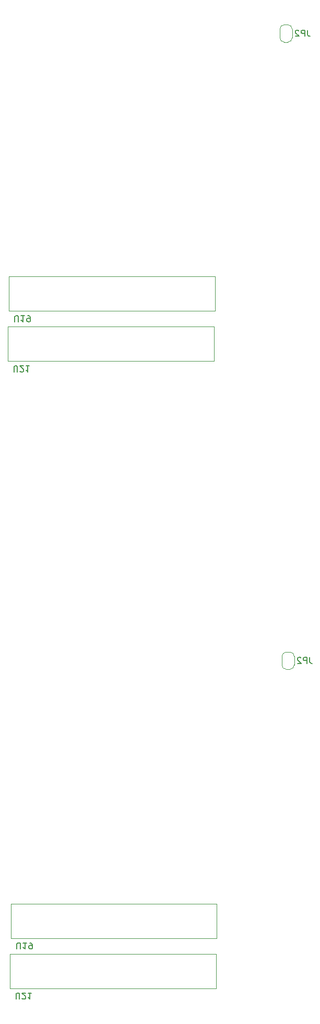
<source format=gbr>
%TF.GenerationSoftware,KiCad,Pcbnew,6.0.7-f9a2dced07~116~ubuntu20.04.1*%
%TF.CreationDate,2022-11-23T13:06:06+01:00*%
%TF.ProjectId,board,626f6172-642e-46b6-9963-61645f706362,rev?*%
%TF.SameCoordinates,Original*%
%TF.FileFunction,Legend,Bot*%
%TF.FilePolarity,Positive*%
%FSLAX46Y46*%
G04 Gerber Fmt 4.6, Leading zero omitted, Abs format (unit mm)*
G04 Created by KiCad (PCBNEW 6.0.7-f9a2dced07~116~ubuntu20.04.1) date 2022-11-23 13:06:06*
%MOMM*%
%LPD*%
G01*
G04 APERTURE LIST*
%ADD10C,0.150000*%
%ADD11C,0.120000*%
G04 APERTURE END LIST*
D10*
%TO.C,JP2*%
X129425380Y-154250333D02*
X129425380Y-154964619D01*
X129472999Y-155107476D01*
X129568237Y-155202714D01*
X129711094Y-155250333D01*
X129806332Y-155250333D01*
X128949189Y-155250333D02*
X128949189Y-154250333D01*
X128568237Y-154250333D01*
X128472999Y-154297953D01*
X128425380Y-154345572D01*
X128377761Y-154440810D01*
X128377761Y-154583667D01*
X128425380Y-154678905D01*
X128472999Y-154726524D01*
X128568237Y-154774143D01*
X128949189Y-154774143D01*
X127996808Y-154345572D02*
X127949189Y-154297953D01*
X127853951Y-154250333D01*
X127615856Y-154250333D01*
X127520618Y-154297953D01*
X127472999Y-154345572D01*
X127425380Y-154440810D01*
X127425380Y-154536048D01*
X127472999Y-154678905D01*
X128044427Y-155250333D01*
X127425380Y-155250333D01*
%TO.C,U21*%
X81792951Y-209652572D02*
X81792951Y-208843048D01*
X81840570Y-208747810D01*
X81888189Y-208700191D01*
X81983427Y-208652572D01*
X82173904Y-208652572D01*
X82269142Y-208700191D01*
X82316761Y-208747810D01*
X82364380Y-208843048D01*
X82364380Y-209652572D01*
X82792951Y-209557333D02*
X82840570Y-209604953D01*
X82935808Y-209652572D01*
X83173904Y-209652572D01*
X83269142Y-209604953D01*
X83316761Y-209557333D01*
X83364380Y-209462095D01*
X83364380Y-209366857D01*
X83316761Y-209224000D01*
X82745332Y-208652572D01*
X83364380Y-208652572D01*
X84316761Y-208652572D02*
X83745332Y-208652572D01*
X84031047Y-208652572D02*
X84031047Y-209652572D01*
X83935808Y-209509714D01*
X83840570Y-209414476D01*
X83745332Y-209366857D01*
%TO.C,U19*%
X81938951Y-201524572D02*
X81938951Y-200715048D01*
X81986570Y-200619810D01*
X82034189Y-200572191D01*
X82129427Y-200524572D01*
X82319904Y-200524572D01*
X82415142Y-200572191D01*
X82462761Y-200619810D01*
X82510380Y-200715048D01*
X82510380Y-201524572D01*
X83510380Y-200524572D02*
X82938951Y-200524572D01*
X83224666Y-200524572D02*
X83224666Y-201524572D01*
X83129427Y-201381714D01*
X83034189Y-201286476D01*
X82938951Y-201238857D01*
X83986570Y-200524572D02*
X84177047Y-200524572D01*
X84272285Y-200572191D01*
X84319904Y-200619810D01*
X84415142Y-200762667D01*
X84462761Y-200953143D01*
X84462761Y-201334095D01*
X84415142Y-201429333D01*
X84367523Y-201476953D01*
X84272285Y-201524572D01*
X84081808Y-201524572D01*
X83986570Y-201476953D01*
X83938951Y-201429333D01*
X83891332Y-201334095D01*
X83891332Y-201096000D01*
X83938951Y-201000762D01*
X83986570Y-200953143D01*
X84081808Y-200905524D01*
X84272285Y-200905524D01*
X84367523Y-200953143D01*
X84415142Y-201000762D01*
X84462761Y-201096000D01*
X81607404Y-99878619D02*
X81607404Y-99069095D01*
X81655023Y-98973857D01*
X81702642Y-98926238D01*
X81797880Y-98878619D01*
X81988357Y-98878619D01*
X82083595Y-98926238D01*
X82131214Y-98973857D01*
X82178833Y-99069095D01*
X82178833Y-99878619D01*
X83178833Y-98878619D02*
X82607404Y-98878619D01*
X82893119Y-98878619D02*
X82893119Y-99878619D01*
X82797880Y-99735761D01*
X82702642Y-99640523D01*
X82607404Y-99592904D01*
X83655023Y-98878619D02*
X83845500Y-98878619D01*
X83940738Y-98926238D01*
X83988357Y-98973857D01*
X84083595Y-99116714D01*
X84131214Y-99307190D01*
X84131214Y-99688142D01*
X84083595Y-99783380D01*
X84035976Y-99831000D01*
X83940738Y-99878619D01*
X83750261Y-99878619D01*
X83655023Y-99831000D01*
X83607404Y-99783380D01*
X83559785Y-99688142D01*
X83559785Y-99450047D01*
X83607404Y-99354809D01*
X83655023Y-99307190D01*
X83750261Y-99259571D01*
X83940738Y-99259571D01*
X84035976Y-99307190D01*
X84083595Y-99354809D01*
X84131214Y-99450047D01*
%TO.C,U21*%
X81461404Y-108006619D02*
X81461404Y-107197095D01*
X81509023Y-107101857D01*
X81556642Y-107054238D01*
X81651880Y-107006619D01*
X81842357Y-107006619D01*
X81937595Y-107054238D01*
X81985214Y-107101857D01*
X82032833Y-107197095D01*
X82032833Y-108006619D01*
X82461404Y-107911380D02*
X82509023Y-107959000D01*
X82604261Y-108006619D01*
X82842357Y-108006619D01*
X82937595Y-107959000D01*
X82985214Y-107911380D01*
X83032833Y-107816142D01*
X83032833Y-107720904D01*
X82985214Y-107578047D01*
X82413785Y-107006619D01*
X83032833Y-107006619D01*
X83985214Y-107006619D02*
X83413785Y-107006619D01*
X83699500Y-107006619D02*
X83699500Y-108006619D01*
X83604261Y-107863761D01*
X83509023Y-107768523D01*
X83413785Y-107720904D01*
%TO.C,JP2*%
X129093833Y-52604380D02*
X129093833Y-53318666D01*
X129141452Y-53461523D01*
X129236690Y-53556761D01*
X129379547Y-53604380D01*
X129474785Y-53604380D01*
X128617642Y-53604380D02*
X128617642Y-52604380D01*
X128236690Y-52604380D01*
X128141452Y-52652000D01*
X128093833Y-52699619D01*
X128046214Y-52794857D01*
X128046214Y-52937714D01*
X128093833Y-53032952D01*
X128141452Y-53080571D01*
X128236690Y-53128190D01*
X128617642Y-53128190D01*
X127665261Y-52699619D02*
X127617642Y-52652000D01*
X127522404Y-52604380D01*
X127284309Y-52604380D01*
X127189071Y-52652000D01*
X127141452Y-52699619D01*
X127093833Y-52794857D01*
X127093833Y-52890095D01*
X127141452Y-53032952D01*
X127712880Y-53604380D01*
X127093833Y-53604380D01*
D11*
X124925047Y-154097953D02*
X124925047Y-155497953D01*
X125625047Y-156197953D02*
X126225047Y-156197953D01*
X126225047Y-153397953D02*
X125625047Y-153397953D01*
X126925047Y-155497953D02*
X126925047Y-154097953D01*
X125625047Y-153397953D02*
G75*
G03*
X124925047Y-154097953I-1J-699999D01*
G01*
X126225047Y-156197953D02*
G75*
G03*
X126925047Y-155497953I0J700000D01*
G01*
X126925047Y-154097953D02*
G75*
G03*
X126225047Y-153397953I-699999J1D01*
G01*
X124925047Y-155497953D02*
G75*
G03*
X125625047Y-156197953I700000J0D01*
G01*
%TO.C,U21*%
X80831047Y-207904953D02*
X114231047Y-207904953D01*
X114231047Y-207904953D02*
X114231047Y-202304953D01*
X114231047Y-202304953D02*
X80831047Y-202304953D01*
X80831047Y-202304953D02*
X80831047Y-207904953D01*
%TO.C,U19*%
X80977047Y-199776953D02*
X114377047Y-199776953D01*
X114377047Y-199776953D02*
X114377047Y-194176953D01*
X114377047Y-194176953D02*
X80977047Y-194176953D01*
X80977047Y-194176953D02*
X80977047Y-199776953D01*
X80645500Y-98131000D02*
X114045500Y-98131000D01*
X114045500Y-98131000D02*
X114045500Y-92531000D01*
X114045500Y-92531000D02*
X80645500Y-92531000D01*
X80645500Y-92531000D02*
X80645500Y-98131000D01*
%TO.C,U21*%
X80499500Y-106259000D02*
X113899500Y-106259000D01*
X113899500Y-106259000D02*
X113899500Y-100659000D01*
X113899500Y-100659000D02*
X80499500Y-100659000D01*
X80499500Y-100659000D02*
X80499500Y-106259000D01*
%TO.C,JP2*%
X125893500Y-51752000D02*
X125293500Y-51752000D01*
X125293500Y-54552000D02*
X125893500Y-54552000D01*
X126593500Y-53852000D02*
X126593500Y-52452000D01*
X124593500Y-52452000D02*
X124593500Y-53852000D01*
X125293500Y-51752000D02*
G75*
G03*
X124593500Y-52452000I-1J-699999D01*
G01*
X126593500Y-52452000D02*
G75*
G03*
X125893500Y-51752000I-699999J1D01*
G01*
X125893500Y-54552000D02*
G75*
G03*
X126593500Y-53852000I0J700000D01*
G01*
X124593500Y-53852000D02*
G75*
G03*
X125293500Y-54552000I700000J0D01*
G01*
%TD*%
M02*

</source>
